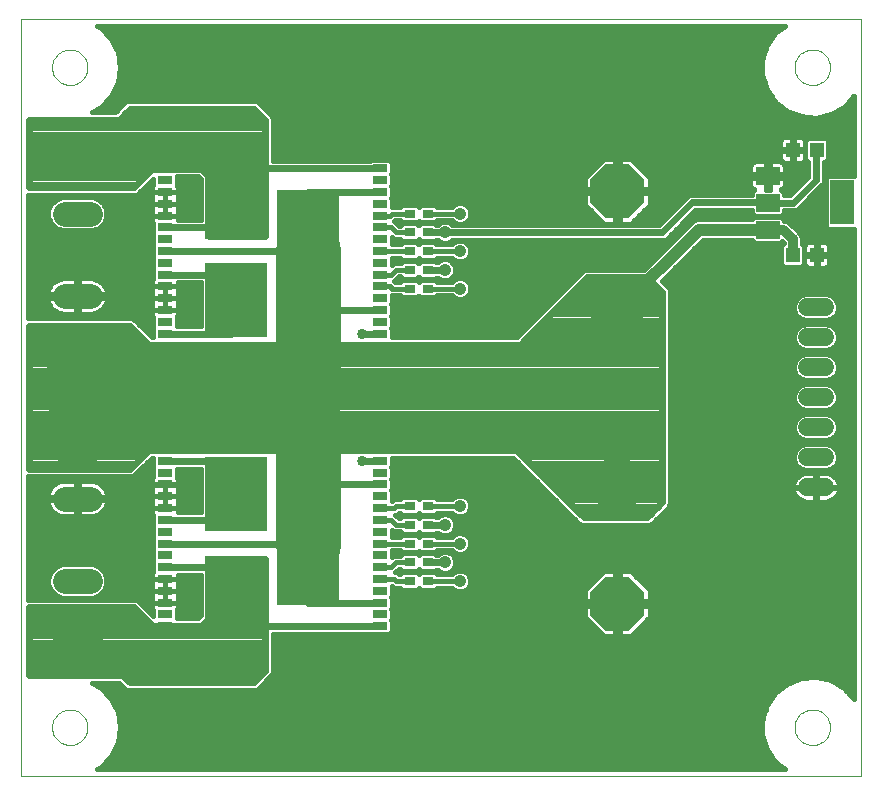
<source format=gtl>
G75*
G70*
%OFA0B0*%
%FSLAX24Y24*%
%IPPOS*%
%LPD*%
%AMOC8*
5,1,8,0,0,1.08239X$1,22.5*
%
%ADD10C,0.0000*%
%ADD11R,0.0512X0.0264*%
%ADD12R,0.2067X0.4055*%
%ADD13R,0.2067X0.2453*%
%ADD14R,0.0790X0.0590*%
%ADD15R,0.0790X0.1500*%
%ADD16R,0.0472X0.0512*%
%ADD17C,0.1810*%
%ADD18OC8,0.1810*%
%ADD19R,0.0354X0.0315*%
%ADD20C,0.0825*%
%ADD21C,0.0591*%
%ADD22C,0.0160*%
%ADD23C,0.0240*%
%ADD24C,0.0416*%
%ADD25C,0.0337*%
%ADD26C,0.0400*%
%ADD27C,0.0320*%
%ADD28C,0.1900*%
%ADD29C,0.2165*%
D10*
X000180Y000180D02*
X000180Y025425D01*
X028172Y025425D01*
X028172Y000180D01*
X000180Y000180D01*
X001214Y001805D02*
X001216Y001853D01*
X001222Y001901D01*
X001232Y001948D01*
X001245Y001994D01*
X001263Y002039D01*
X001283Y002083D01*
X001308Y002125D01*
X001336Y002164D01*
X001366Y002201D01*
X001400Y002235D01*
X001437Y002267D01*
X001475Y002296D01*
X001516Y002321D01*
X001559Y002343D01*
X001604Y002361D01*
X001650Y002375D01*
X001697Y002386D01*
X001745Y002393D01*
X001793Y002396D01*
X001841Y002395D01*
X001889Y002390D01*
X001937Y002381D01*
X001983Y002369D01*
X002028Y002352D01*
X002072Y002332D01*
X002114Y002309D01*
X002154Y002282D01*
X002192Y002252D01*
X002227Y002219D01*
X002259Y002183D01*
X002289Y002145D01*
X002315Y002104D01*
X002337Y002061D01*
X002357Y002017D01*
X002372Y001972D01*
X002384Y001925D01*
X002392Y001877D01*
X002396Y001829D01*
X002396Y001781D01*
X002392Y001733D01*
X002384Y001685D01*
X002372Y001638D01*
X002357Y001593D01*
X002337Y001549D01*
X002315Y001506D01*
X002289Y001465D01*
X002259Y001427D01*
X002227Y001391D01*
X002192Y001358D01*
X002154Y001328D01*
X002114Y001301D01*
X002072Y001278D01*
X002028Y001258D01*
X001983Y001241D01*
X001937Y001229D01*
X001889Y001220D01*
X001841Y001215D01*
X001793Y001214D01*
X001745Y001217D01*
X001697Y001224D01*
X001650Y001235D01*
X001604Y001249D01*
X001559Y001267D01*
X001516Y001289D01*
X001475Y001314D01*
X001437Y001343D01*
X001400Y001375D01*
X001366Y001409D01*
X001336Y001446D01*
X001308Y001485D01*
X001283Y001527D01*
X001263Y001571D01*
X001245Y001616D01*
X001232Y001662D01*
X001222Y001709D01*
X001216Y001757D01*
X001214Y001805D01*
X001214Y023805D02*
X001216Y023853D01*
X001222Y023901D01*
X001232Y023948D01*
X001245Y023994D01*
X001263Y024039D01*
X001283Y024083D01*
X001308Y024125D01*
X001336Y024164D01*
X001366Y024201D01*
X001400Y024235D01*
X001437Y024267D01*
X001475Y024296D01*
X001516Y024321D01*
X001559Y024343D01*
X001604Y024361D01*
X001650Y024375D01*
X001697Y024386D01*
X001745Y024393D01*
X001793Y024396D01*
X001841Y024395D01*
X001889Y024390D01*
X001937Y024381D01*
X001983Y024369D01*
X002028Y024352D01*
X002072Y024332D01*
X002114Y024309D01*
X002154Y024282D01*
X002192Y024252D01*
X002227Y024219D01*
X002259Y024183D01*
X002289Y024145D01*
X002315Y024104D01*
X002337Y024061D01*
X002357Y024017D01*
X002372Y023972D01*
X002384Y023925D01*
X002392Y023877D01*
X002396Y023829D01*
X002396Y023781D01*
X002392Y023733D01*
X002384Y023685D01*
X002372Y023638D01*
X002357Y023593D01*
X002337Y023549D01*
X002315Y023506D01*
X002289Y023465D01*
X002259Y023427D01*
X002227Y023391D01*
X002192Y023358D01*
X002154Y023328D01*
X002114Y023301D01*
X002072Y023278D01*
X002028Y023258D01*
X001983Y023241D01*
X001937Y023229D01*
X001889Y023220D01*
X001841Y023215D01*
X001793Y023214D01*
X001745Y023217D01*
X001697Y023224D01*
X001650Y023235D01*
X001604Y023249D01*
X001559Y023267D01*
X001516Y023289D01*
X001475Y023314D01*
X001437Y023343D01*
X001400Y023375D01*
X001366Y023409D01*
X001336Y023446D01*
X001308Y023485D01*
X001283Y023527D01*
X001263Y023571D01*
X001245Y023616D01*
X001232Y023662D01*
X001222Y023709D01*
X001216Y023757D01*
X001214Y023805D01*
X025964Y023805D02*
X025966Y023853D01*
X025972Y023901D01*
X025982Y023948D01*
X025995Y023994D01*
X026013Y024039D01*
X026033Y024083D01*
X026058Y024125D01*
X026086Y024164D01*
X026116Y024201D01*
X026150Y024235D01*
X026187Y024267D01*
X026225Y024296D01*
X026266Y024321D01*
X026309Y024343D01*
X026354Y024361D01*
X026400Y024375D01*
X026447Y024386D01*
X026495Y024393D01*
X026543Y024396D01*
X026591Y024395D01*
X026639Y024390D01*
X026687Y024381D01*
X026733Y024369D01*
X026778Y024352D01*
X026822Y024332D01*
X026864Y024309D01*
X026904Y024282D01*
X026942Y024252D01*
X026977Y024219D01*
X027009Y024183D01*
X027039Y024145D01*
X027065Y024104D01*
X027087Y024061D01*
X027107Y024017D01*
X027122Y023972D01*
X027134Y023925D01*
X027142Y023877D01*
X027146Y023829D01*
X027146Y023781D01*
X027142Y023733D01*
X027134Y023685D01*
X027122Y023638D01*
X027107Y023593D01*
X027087Y023549D01*
X027065Y023506D01*
X027039Y023465D01*
X027009Y023427D01*
X026977Y023391D01*
X026942Y023358D01*
X026904Y023328D01*
X026864Y023301D01*
X026822Y023278D01*
X026778Y023258D01*
X026733Y023241D01*
X026687Y023229D01*
X026639Y023220D01*
X026591Y023215D01*
X026543Y023214D01*
X026495Y023217D01*
X026447Y023224D01*
X026400Y023235D01*
X026354Y023249D01*
X026309Y023267D01*
X026266Y023289D01*
X026225Y023314D01*
X026187Y023343D01*
X026150Y023375D01*
X026116Y023409D01*
X026086Y023446D01*
X026058Y023485D01*
X026033Y023527D01*
X026013Y023571D01*
X025995Y023616D01*
X025982Y023662D01*
X025972Y023709D01*
X025966Y023757D01*
X025964Y023805D01*
X025964Y001805D02*
X025966Y001853D01*
X025972Y001901D01*
X025982Y001948D01*
X025995Y001994D01*
X026013Y002039D01*
X026033Y002083D01*
X026058Y002125D01*
X026086Y002164D01*
X026116Y002201D01*
X026150Y002235D01*
X026187Y002267D01*
X026225Y002296D01*
X026266Y002321D01*
X026309Y002343D01*
X026354Y002361D01*
X026400Y002375D01*
X026447Y002386D01*
X026495Y002393D01*
X026543Y002396D01*
X026591Y002395D01*
X026639Y002390D01*
X026687Y002381D01*
X026733Y002369D01*
X026778Y002352D01*
X026822Y002332D01*
X026864Y002309D01*
X026904Y002282D01*
X026942Y002252D01*
X026977Y002219D01*
X027009Y002183D01*
X027039Y002145D01*
X027065Y002104D01*
X027087Y002061D01*
X027107Y002017D01*
X027122Y001972D01*
X027134Y001925D01*
X027142Y001877D01*
X027146Y001829D01*
X027146Y001781D01*
X027142Y001733D01*
X027134Y001685D01*
X027122Y001638D01*
X027107Y001593D01*
X027087Y001549D01*
X027065Y001506D01*
X027039Y001465D01*
X027009Y001427D01*
X026977Y001391D01*
X026942Y001358D01*
X026904Y001328D01*
X026864Y001301D01*
X026822Y001278D01*
X026778Y001258D01*
X026733Y001241D01*
X026687Y001229D01*
X026639Y001220D01*
X026591Y001215D01*
X026543Y001214D01*
X026495Y001217D01*
X026447Y001224D01*
X026400Y001235D01*
X026354Y001249D01*
X026309Y001267D01*
X026266Y001289D01*
X026225Y001314D01*
X026187Y001343D01*
X026150Y001375D01*
X026116Y001409D01*
X026086Y001446D01*
X026058Y001485D01*
X026033Y001527D01*
X026013Y001571D01*
X025995Y001616D01*
X025982Y001662D01*
X025972Y001709D01*
X025966Y001757D01*
X025964Y001805D01*
D11*
X012138Y005174D03*
X012138Y005568D03*
X012138Y005961D03*
X012138Y006355D03*
X012138Y006749D03*
X012138Y007143D03*
X012138Y007536D03*
X012138Y007930D03*
X012138Y008324D03*
X012138Y008717D03*
X012138Y009111D03*
X012138Y009505D03*
X012138Y009899D03*
X012138Y010292D03*
X012138Y010686D03*
X012138Y014924D03*
X012138Y015318D03*
X012138Y015711D03*
X012138Y016105D03*
X012138Y016499D03*
X012138Y016893D03*
X012138Y017286D03*
X012138Y017680D03*
X012138Y018074D03*
X012138Y018467D03*
X012138Y018861D03*
X012138Y019255D03*
X012138Y019649D03*
X012138Y020042D03*
X012138Y020436D03*
X004972Y020436D03*
X004972Y020042D03*
X004972Y019649D03*
X004972Y019255D03*
X004972Y018861D03*
X004972Y018467D03*
X004972Y018074D03*
X004972Y017680D03*
X004972Y017286D03*
X004972Y016893D03*
X004972Y016499D03*
X004972Y016105D03*
X004972Y015711D03*
X004972Y015318D03*
X004972Y014924D03*
X004972Y010686D03*
X004972Y010292D03*
X004972Y009899D03*
X004972Y009505D03*
X004972Y009111D03*
X004972Y008717D03*
X004972Y008324D03*
X004972Y007930D03*
X004972Y007536D03*
X004972Y007143D03*
X004972Y006749D03*
X004972Y006355D03*
X004972Y005961D03*
X004972Y005568D03*
X004972Y005174D03*
D12*
X009756Y007930D03*
X009756Y017680D03*
D13*
X007354Y016040D03*
X007354Y019320D03*
X007354Y009570D03*
X007354Y006290D03*
D14*
X025065Y018395D03*
X025065Y019295D03*
X025065Y020195D03*
D15*
X027545Y019305D03*
D16*
X026705Y021055D03*
X025905Y021055D03*
X025905Y017555D03*
X026705Y017555D03*
D17*
X020055Y015680D03*
X020055Y009930D03*
D18*
X020055Y005930D03*
X020055Y019680D03*
D19*
X013730Y018930D03*
X013130Y018930D03*
X013130Y018305D03*
X013730Y018305D03*
X013730Y017680D03*
X013130Y017680D03*
X013130Y017055D03*
X013730Y017055D03*
X013730Y016430D03*
X013130Y016430D03*
X013130Y009180D03*
X013730Y009180D03*
X013730Y008555D03*
X013130Y008555D03*
X013130Y007930D03*
X013730Y007930D03*
X013730Y007305D03*
X013130Y007305D03*
X013130Y006680D03*
X013730Y006680D03*
D20*
X002468Y006680D02*
X001643Y006680D01*
X001643Y004680D02*
X002468Y004680D01*
X002468Y009430D02*
X001643Y009430D01*
X001643Y011430D02*
X002468Y011430D01*
X002468Y014180D02*
X001643Y014180D01*
X001643Y016180D02*
X002468Y016180D01*
X002468Y018930D02*
X001643Y018930D01*
X001643Y020930D02*
X002468Y020930D01*
D21*
X026385Y015805D02*
X026975Y015805D01*
X026975Y014805D02*
X026385Y014805D01*
X026385Y013805D02*
X026975Y013805D01*
X026975Y012805D02*
X026385Y012805D01*
X026385Y011805D02*
X026975Y011805D01*
X026975Y010805D02*
X026385Y010805D01*
X026385Y009805D02*
X026975Y009805D01*
D22*
X026698Y009823D02*
X027451Y009823D01*
X027451Y009842D01*
X027942Y009842D01*
X027942Y009684D02*
X027436Y009684D01*
X027439Y009694D02*
X027451Y009768D01*
X027451Y009787D01*
X026698Y009787D01*
X026698Y009330D01*
X027013Y009330D01*
X027087Y009341D01*
X027158Y009365D01*
X027224Y009399D01*
X027285Y009442D01*
X027338Y009495D01*
X027382Y009556D01*
X027416Y009623D01*
X027439Y009694D01*
X027451Y009842D02*
X027439Y009916D01*
X027416Y009987D01*
X027382Y010054D01*
X027338Y010115D01*
X027285Y010168D01*
X027224Y010211D01*
X027158Y010245D01*
X027087Y010269D01*
X027013Y010280D01*
X026698Y010280D01*
X026698Y009823D01*
X026662Y009823D01*
X026662Y009787D01*
X026698Y009787D01*
X026698Y009823D01*
X026698Y009842D02*
X026662Y009842D01*
X026662Y009823D02*
X026662Y010280D01*
X026347Y010280D01*
X026273Y010269D01*
X026202Y010245D01*
X026136Y010211D01*
X026075Y010168D01*
X026022Y010115D01*
X025978Y010054D01*
X025944Y009987D01*
X025921Y009916D01*
X025909Y009842D01*
X021815Y009842D01*
X021815Y009684D02*
X025924Y009684D01*
X025921Y009694D02*
X025944Y009623D01*
X025978Y009556D01*
X026022Y009495D01*
X026075Y009442D01*
X026136Y009399D01*
X026202Y009365D01*
X026273Y009341D01*
X026347Y009330D01*
X026662Y009330D01*
X026662Y009787D01*
X025909Y009787D01*
X025909Y009768D01*
X025921Y009694D01*
X025909Y009823D02*
X026662Y009823D01*
X026662Y009684D02*
X026698Y009684D01*
X026698Y009525D02*
X026662Y009525D01*
X026662Y009367D02*
X026698Y009367D01*
X027162Y009367D02*
X027942Y009367D01*
X027942Y009525D02*
X027359Y009525D01*
X027409Y010001D02*
X027942Y010001D01*
X027942Y010159D02*
X027293Y010159D01*
X027222Y010436D02*
X027062Y010370D01*
X026298Y010370D01*
X026138Y010436D01*
X026016Y010558D01*
X025949Y010718D01*
X025949Y010892D01*
X026016Y011052D01*
X026138Y011174D01*
X026298Y011240D01*
X027062Y011240D01*
X027222Y011174D01*
X027344Y011052D01*
X027411Y010892D01*
X027411Y010718D01*
X027344Y010558D01*
X027222Y010436D01*
X027262Y010476D02*
X027942Y010476D01*
X027942Y010318D02*
X021815Y010318D01*
X021815Y010476D02*
X026098Y010476D01*
X025984Y010635D02*
X021815Y010635D01*
X021815Y010793D02*
X025949Y010793D01*
X025974Y010952D02*
X021815Y010952D01*
X021815Y011110D02*
X026074Y011110D01*
X026160Y011427D02*
X021815Y011427D01*
X021815Y011269D02*
X027942Y011269D01*
X027942Y011427D02*
X027200Y011427D01*
X027222Y011436D02*
X027344Y011558D01*
X027411Y011718D01*
X027411Y011892D01*
X027344Y012052D01*
X027222Y012174D01*
X027062Y012240D01*
X026298Y012240D01*
X026138Y012174D01*
X026016Y012052D01*
X025949Y011892D01*
X025949Y011718D01*
X026016Y011558D01*
X026138Y011436D01*
X026298Y011370D01*
X027062Y011370D01*
X027222Y011436D01*
X027356Y011586D02*
X027942Y011586D01*
X027942Y011744D02*
X027411Y011744D01*
X027406Y011903D02*
X027942Y011903D01*
X027942Y012061D02*
X027335Y012061D01*
X027112Y012220D02*
X027942Y012220D01*
X027942Y012378D02*
X027082Y012378D01*
X027062Y012370D02*
X027222Y012436D01*
X027344Y012558D01*
X027411Y012718D01*
X027411Y012892D01*
X027344Y013052D01*
X027222Y013174D01*
X027062Y013240D01*
X026298Y013240D01*
X026138Y013174D01*
X026016Y013052D01*
X025949Y012892D01*
X025949Y012718D01*
X026016Y012558D01*
X026138Y012436D01*
X026298Y012370D01*
X027062Y012370D01*
X027322Y012537D02*
X027942Y012537D01*
X027942Y012695D02*
X027401Y012695D01*
X027411Y012854D02*
X027942Y012854D01*
X027942Y013012D02*
X027361Y013012D01*
X027225Y013171D02*
X027942Y013171D01*
X027942Y013329D02*
X021815Y013329D01*
X021815Y013171D02*
X026135Y013171D01*
X025999Y013012D02*
X021815Y013012D01*
X021815Y012854D02*
X025949Y012854D01*
X025959Y012695D02*
X021815Y012695D01*
X021815Y012537D02*
X026038Y012537D01*
X026278Y012378D02*
X021815Y012378D01*
X021815Y012220D02*
X026248Y012220D01*
X026025Y012061D02*
X021815Y012061D01*
X021815Y011903D02*
X025954Y011903D01*
X025949Y011744D02*
X021815Y011744D01*
X021815Y011586D02*
X026004Y011586D01*
X027286Y011110D02*
X027942Y011110D01*
X027942Y010952D02*
X027386Y010952D01*
X027411Y010793D02*
X027942Y010793D01*
X027942Y010635D02*
X027376Y010635D01*
X026698Y010159D02*
X026662Y010159D01*
X026662Y010001D02*
X026698Y010001D01*
X026067Y010159D02*
X021815Y010159D01*
X021815Y010001D02*
X025951Y010001D01*
X025909Y009842D02*
X025909Y009823D01*
X026001Y009525D02*
X021815Y009525D01*
X021815Y009367D02*
X026198Y009367D01*
X027942Y009208D02*
X021796Y009208D01*
X021815Y009253D02*
X021815Y016357D01*
X021775Y016452D01*
X021702Y016525D01*
X021542Y016686D01*
X022911Y018055D01*
X024530Y018055D01*
X024530Y018042D01*
X024612Y017960D01*
X025518Y017960D01*
X025559Y018001D01*
X025605Y017956D01*
X025605Y017945D01*
X025529Y017869D01*
X025529Y017241D01*
X025611Y017159D01*
X026199Y017159D01*
X026281Y017241D01*
X026281Y017869D01*
X026205Y017945D01*
X026205Y018140D01*
X026159Y018250D01*
X026075Y018334D01*
X025760Y018649D01*
X025650Y018695D01*
X025600Y018695D01*
X025600Y018748D01*
X025518Y018830D01*
X024612Y018830D01*
X024530Y018748D01*
X024530Y018735D01*
X022702Y018735D01*
X022577Y018683D01*
X020959Y017065D01*
X019003Y017065D01*
X018908Y017025D01*
X018835Y016952D01*
X016697Y014815D01*
X012534Y014815D01*
X012534Y015114D01*
X012527Y015121D01*
X012534Y015128D01*
X012534Y015508D01*
X012527Y015515D01*
X012534Y015522D01*
X012534Y015901D01*
X012527Y015908D01*
X012534Y015915D01*
X012534Y016210D01*
X012817Y016210D01*
X012895Y016133D01*
X013365Y016133D01*
X013430Y016197D01*
X013495Y016133D01*
X013965Y016133D01*
X014043Y016210D01*
X014533Y016210D01*
X014608Y016135D01*
X014736Y016082D01*
X014874Y016082D01*
X015002Y016135D01*
X015100Y016233D01*
X015153Y016361D01*
X015153Y016499D01*
X018381Y016499D01*
X018223Y016341D02*
X015144Y016341D01*
X015153Y016499D02*
X015100Y016627D01*
X015002Y016725D01*
X014874Y016778D01*
X014736Y016778D01*
X014608Y016725D01*
X014533Y016650D01*
X014043Y016650D01*
X013965Y016727D01*
X013495Y016727D01*
X013430Y016663D01*
X013365Y016727D01*
X012895Y016727D01*
X012817Y016650D01*
X012646Y016650D01*
X012616Y016680D01*
X012771Y016835D01*
X012817Y016835D01*
X012895Y016758D01*
X013365Y016758D01*
X013430Y016822D01*
X013495Y016758D01*
X013965Y016758D01*
X014003Y016795D01*
X014073Y016795D01*
X014108Y016760D01*
X014236Y016707D01*
X014374Y016707D01*
X014502Y016760D01*
X014600Y016858D01*
X014653Y016986D01*
X014653Y017124D01*
X014600Y017252D01*
X014502Y017350D01*
X014374Y017403D01*
X014236Y017403D01*
X014108Y017350D01*
X014073Y017315D01*
X014003Y017315D01*
X013965Y017352D01*
X013495Y017352D01*
X013430Y017288D01*
X013365Y017352D01*
X012895Y017352D01*
X012817Y017275D01*
X012589Y017275D01*
X012534Y017220D01*
X012534Y017460D01*
X012817Y017460D01*
X012895Y017383D01*
X013365Y017383D01*
X013430Y017447D01*
X013495Y017383D01*
X013965Y017383D01*
X014043Y017460D01*
X014533Y017460D01*
X014608Y017385D01*
X014736Y017332D01*
X014874Y017332D01*
X015002Y017385D01*
X015100Y017483D01*
X015153Y017611D01*
X015153Y017749D01*
X015100Y017877D01*
X015002Y017975D01*
X014874Y018028D01*
X014736Y018028D01*
X014608Y017975D01*
X014533Y017900D01*
X014043Y017900D01*
X013965Y017977D01*
X013495Y017977D01*
X013430Y017913D01*
X013365Y017977D01*
X012895Y017977D01*
X012817Y017900D01*
X012534Y017900D01*
X012534Y018140D01*
X012589Y018085D01*
X012817Y018085D01*
X012895Y018008D01*
X013365Y018008D01*
X013430Y018072D01*
X013495Y018008D01*
X013965Y018008D01*
X014003Y018045D01*
X014073Y018045D01*
X014108Y018010D01*
X014236Y017957D01*
X014374Y017957D01*
X014502Y018010D01*
X014537Y018045D01*
X021607Y018045D01*
X021702Y018085D01*
X021775Y018158D01*
X022663Y019045D01*
X024530Y019045D01*
X024530Y018942D01*
X024612Y018860D01*
X025518Y018860D01*
X025600Y018942D01*
X025600Y019035D01*
X025972Y019035D01*
X027010Y019035D01*
X027010Y018877D02*
X025535Y018877D01*
X025600Y018718D02*
X027010Y018718D01*
X027010Y018560D02*
X025850Y018560D01*
X026008Y018401D02*
X027942Y018401D01*
X027942Y018415D02*
X027942Y002752D01*
X027602Y003118D01*
X027169Y003369D01*
X027169Y003369D01*
X026681Y003480D01*
X026681Y003480D01*
X026181Y003443D01*
X025715Y003260D01*
X025323Y002948D01*
X025041Y002534D01*
X024894Y002055D01*
X024894Y001555D01*
X025041Y001076D01*
X025323Y000662D01*
X025323Y000662D01*
X025640Y000410D01*
X002711Y000410D01*
X002852Y000492D01*
X002852Y000492D01*
X003193Y000859D01*
X003410Y001310D01*
X003485Y001805D01*
X003410Y002300D01*
X003410Y002300D01*
X003193Y002751D01*
X003193Y002751D01*
X002852Y003118D01*
X002547Y003295D01*
X003447Y003295D01*
X003658Y003085D01*
X003753Y003045D01*
X007982Y003045D01*
X008077Y003085D01*
X008150Y003158D01*
X008525Y003533D01*
X008565Y003628D01*
X008565Y004914D01*
X011812Y004914D01*
X011824Y004902D01*
X012452Y004902D01*
X012534Y004984D01*
X012534Y005364D01*
X012527Y005371D01*
X012534Y005378D01*
X012534Y005758D01*
X012527Y005765D01*
X012534Y005772D01*
X012534Y006151D01*
X012527Y006158D01*
X012534Y006165D01*
X012534Y006515D01*
X012589Y006460D01*
X012817Y006460D01*
X012895Y006383D01*
X013365Y006383D01*
X013430Y006447D01*
X013495Y006383D01*
X013965Y006383D01*
X014043Y006460D01*
X014533Y006460D01*
X014608Y006385D01*
X014736Y006332D01*
X014874Y006332D01*
X015002Y006385D01*
X015100Y006483D01*
X015153Y006611D01*
X015153Y006749D01*
X015100Y006877D01*
X015002Y006975D01*
X014874Y007028D01*
X014736Y007028D01*
X014608Y006975D01*
X014533Y006900D01*
X014043Y006900D01*
X013965Y006977D01*
X013495Y006977D01*
X013430Y006913D01*
X013365Y006977D01*
X012895Y006977D01*
X012817Y006900D01*
X012771Y006900D01*
X012702Y006969D01*
X012655Y006969D01*
X012771Y007085D01*
X012817Y007085D01*
X012895Y007008D01*
X013365Y007008D01*
X013430Y007072D01*
X013495Y007008D01*
X013965Y007008D01*
X014003Y007045D01*
X014073Y007045D01*
X014108Y007010D01*
X014236Y006957D01*
X014374Y006957D01*
X014502Y007010D01*
X014600Y007108D01*
X014653Y007236D01*
X014653Y007374D01*
X014600Y007502D01*
X014502Y007600D01*
X014374Y007653D01*
X014236Y007653D01*
X014108Y007600D01*
X014073Y007565D01*
X014003Y007565D01*
X013965Y007602D01*
X013495Y007602D01*
X013430Y007538D01*
X013365Y007602D01*
X012895Y007602D01*
X012817Y007525D01*
X012589Y007525D01*
X012534Y007470D01*
X012534Y007710D01*
X012817Y007710D01*
X012895Y007633D01*
X013365Y007633D01*
X013430Y007697D01*
X013495Y007633D01*
X013965Y007633D01*
X014043Y007710D01*
X014533Y007710D01*
X014608Y007635D01*
X014736Y007582D01*
X014874Y007582D01*
X015002Y007635D01*
X015100Y007733D01*
X015153Y007861D01*
X015153Y007999D01*
X015100Y008127D01*
X015002Y008225D01*
X014874Y008278D01*
X014736Y008278D01*
X014608Y008225D01*
X014533Y008150D01*
X014043Y008150D01*
X013965Y008227D01*
X013495Y008227D01*
X013430Y008163D01*
X013365Y008227D01*
X012895Y008227D01*
X012817Y008150D01*
X012534Y008150D01*
X012534Y008390D01*
X012589Y008335D01*
X012817Y008335D01*
X012895Y008258D01*
X013365Y008258D01*
X013430Y008322D01*
X013495Y008258D01*
X013965Y008258D01*
X014003Y008295D01*
X014073Y008295D01*
X014108Y008260D01*
X014236Y008207D01*
X014374Y008207D01*
X014502Y008260D01*
X014600Y008358D01*
X014653Y008486D01*
X014653Y008624D01*
X014600Y008752D01*
X014502Y008850D01*
X014374Y008903D01*
X014236Y008903D01*
X014108Y008850D01*
X014073Y008815D01*
X014003Y008815D01*
X013965Y008852D01*
X013495Y008852D01*
X013430Y008788D01*
X013365Y008852D01*
X012895Y008852D01*
X012817Y008775D01*
X012771Y008775D01*
X012655Y008891D01*
X012702Y008891D01*
X012771Y008960D01*
X012817Y008960D01*
X012895Y008883D01*
X013365Y008883D01*
X013430Y008947D01*
X013495Y008883D01*
X013965Y008883D01*
X014043Y008960D01*
X014533Y008960D01*
X014608Y008885D01*
X014736Y008832D01*
X014874Y008832D01*
X015002Y008885D01*
X015100Y008983D01*
X015153Y009111D01*
X015153Y009249D01*
X015100Y009377D01*
X015002Y009475D01*
X014874Y009528D01*
X014736Y009528D01*
X014608Y009475D01*
X014533Y009400D01*
X014043Y009400D01*
X013965Y009477D01*
X013495Y009477D01*
X013430Y009413D01*
X013365Y009477D01*
X012895Y009477D01*
X012817Y009400D01*
X012589Y009400D01*
X012534Y009345D01*
X012534Y009695D01*
X012527Y009702D01*
X012534Y009709D01*
X012534Y010088D01*
X012527Y010095D01*
X012534Y010102D01*
X012534Y010482D01*
X012527Y010489D01*
X012534Y010496D01*
X012534Y010795D01*
X016572Y010795D01*
X018783Y008585D01*
X018878Y008545D01*
X021107Y008545D01*
X021202Y008585D01*
X021275Y008658D01*
X021775Y009158D01*
X021815Y009253D01*
X021667Y009050D02*
X027942Y009050D01*
X027942Y008891D02*
X021509Y008891D01*
X021350Y008733D02*
X027942Y008733D01*
X027942Y008574D02*
X021177Y008574D01*
X020504Y007015D02*
X020135Y007015D01*
X020135Y006010D01*
X019975Y006010D01*
X019975Y007015D01*
X019606Y007015D01*
X018970Y006379D01*
X018970Y006010D01*
X019975Y006010D01*
X019975Y005850D01*
X018970Y005850D01*
X018970Y005481D01*
X019606Y004845D01*
X019975Y004845D01*
X019975Y005850D01*
X020135Y005850D01*
X020135Y006010D01*
X021140Y006010D01*
X021140Y006379D01*
X020504Y007015D01*
X020530Y006989D02*
X027942Y006989D01*
X027942Y006831D02*
X020689Y006831D01*
X020847Y006672D02*
X027942Y006672D01*
X027942Y006514D02*
X021006Y006514D01*
X021140Y006355D02*
X027942Y006355D01*
X027942Y006197D02*
X021140Y006197D01*
X021140Y006038D02*
X027942Y006038D01*
X027942Y005880D02*
X020135Y005880D01*
X020135Y005850D02*
X021140Y005850D01*
X021140Y005481D01*
X020504Y004845D01*
X020135Y004845D01*
X020135Y005850D01*
X020135Y005721D02*
X019975Y005721D01*
X019975Y005563D02*
X020135Y005563D01*
X020135Y005404D02*
X019975Y005404D01*
X019975Y005246D02*
X020135Y005246D01*
X020135Y005087D02*
X019975Y005087D01*
X019975Y004929D02*
X020135Y004929D01*
X020588Y004929D02*
X027942Y004929D01*
X027942Y005087D02*
X020746Y005087D01*
X020905Y005246D02*
X027942Y005246D01*
X027942Y005404D02*
X021063Y005404D01*
X021140Y005563D02*
X027942Y005563D01*
X027942Y005721D02*
X021140Y005721D01*
X020135Y006038D02*
X019975Y006038D01*
X019975Y005880D02*
X012534Y005880D01*
X012534Y006038D02*
X018970Y006038D01*
X018970Y006197D02*
X012534Y006197D01*
X012534Y006355D02*
X014681Y006355D01*
X014929Y006355D02*
X018970Y006355D01*
X019104Y006514D02*
X015112Y006514D01*
X015153Y006672D02*
X019263Y006672D01*
X019421Y006831D02*
X015119Y006831D01*
X014968Y006989D02*
X019580Y006989D01*
X019975Y006989D02*
X020135Y006989D01*
X020135Y006831D02*
X019975Y006831D01*
X019975Y006672D02*
X020135Y006672D01*
X020135Y006514D02*
X019975Y006514D01*
X019975Y006355D02*
X020135Y006355D01*
X020135Y006197D02*
X019975Y006197D01*
X018970Y005721D02*
X012534Y005721D01*
X012534Y005563D02*
X018970Y005563D01*
X019047Y005404D02*
X012534Y005404D01*
X012534Y005246D02*
X019205Y005246D01*
X019364Y005087D02*
X012534Y005087D01*
X012478Y004929D02*
X019522Y004929D01*
X018808Y008574D02*
X014653Y008574D01*
X014624Y008416D02*
X027942Y008416D01*
X027942Y008257D02*
X014924Y008257D01*
X014686Y008257D02*
X014494Y008257D01*
X014608Y008733D02*
X018635Y008733D01*
X018476Y008891D02*
X015008Y008891D01*
X015127Y009050D02*
X018318Y009050D01*
X018159Y009208D02*
X015153Y009208D01*
X015104Y009367D02*
X018001Y009367D01*
X017842Y009525D02*
X014881Y009525D01*
X014729Y009525D02*
X012534Y009525D01*
X012534Y009367D02*
X012555Y009367D01*
X012680Y009180D02*
X012611Y009111D01*
X012138Y009111D01*
X012655Y008891D02*
X012886Y008891D01*
X012680Y009180D02*
X013130Y009180D01*
X013374Y008891D02*
X013486Y008891D01*
X013730Y009180D02*
X014805Y009180D01*
X014602Y008891D02*
X014403Y008891D01*
X014207Y008891D02*
X013974Y008891D01*
X014116Y008257D02*
X012534Y008257D01*
X012680Y008555D02*
X012518Y008717D01*
X012138Y008717D01*
X012680Y008555D02*
X013130Y008555D01*
X013130Y007930D02*
X012138Y007930D01*
X012534Y007623D02*
X014164Y007623D01*
X014446Y007623D02*
X014637Y007623D01*
X014615Y007465D02*
X027942Y007465D01*
X027942Y007623D02*
X014973Y007623D01*
X015120Y007782D02*
X027942Y007782D01*
X027942Y007940D02*
X015153Y007940D01*
X015112Y008099D02*
X027942Y008099D01*
X027942Y007306D02*
X014653Y007306D01*
X014616Y007148D02*
X027942Y007148D01*
X027942Y004770D02*
X008565Y004770D01*
X008565Y004612D02*
X027942Y004612D01*
X027942Y004453D02*
X008565Y004453D01*
X008565Y004295D02*
X027942Y004295D01*
X027942Y004136D02*
X008565Y004136D01*
X008565Y003978D02*
X027942Y003978D01*
X027942Y003819D02*
X008565Y003819D01*
X008565Y003661D02*
X027942Y003661D01*
X027942Y003502D02*
X008495Y003502D01*
X008336Y003344D02*
X025928Y003344D01*
X025715Y003260D02*
X025715Y003260D01*
X025621Y003185D02*
X008178Y003185D01*
X006072Y005440D02*
X005368Y005440D01*
X005368Y005715D01*
X005372Y005719D01*
X005396Y005760D01*
X005408Y005806D01*
X005408Y005961D01*
X004972Y005961D01*
X004536Y005961D01*
X004536Y005806D01*
X004549Y005760D01*
X004572Y005719D01*
X004576Y005715D01*
X004576Y005526D01*
X004077Y006025D01*
X003982Y006065D01*
X000410Y006065D01*
X000410Y010170D01*
X003857Y010170D01*
X003952Y010210D01*
X004025Y010283D01*
X004538Y010795D01*
X004576Y010795D01*
X004576Y010496D01*
X004583Y010489D01*
X004576Y010482D01*
X004576Y010145D01*
X004572Y010141D01*
X004549Y010100D01*
X004536Y010054D01*
X004536Y009899D01*
X004972Y009899D01*
X004972Y009898D01*
X004972Y009898D01*
X004972Y009505D01*
X004972Y009505D01*
X004536Y009505D01*
X004536Y009660D01*
X004547Y009702D01*
X004536Y009743D01*
X004536Y009898D01*
X004972Y009898D01*
X004972Y009587D01*
X004972Y009505D01*
X004972Y009505D01*
X004536Y009505D01*
X004536Y009349D01*
X004547Y009308D01*
X004536Y009267D01*
X004536Y009111D01*
X004536Y008956D01*
X004549Y008910D01*
X004572Y008869D01*
X004576Y008865D01*
X004576Y008528D01*
X004583Y008521D01*
X004576Y008514D01*
X004576Y008134D01*
X004583Y008127D01*
X004576Y008120D01*
X004576Y007740D01*
X004583Y007733D01*
X004576Y007726D01*
X004576Y007346D01*
X004583Y007339D01*
X004576Y007332D01*
X004576Y006995D01*
X004572Y006991D01*
X004549Y006950D01*
X004536Y006904D01*
X004536Y006749D01*
X004972Y006749D01*
X004972Y006749D01*
X004536Y006749D01*
X004536Y006593D01*
X004547Y006552D01*
X004536Y006511D01*
X004536Y006355D01*
X002924Y006355D01*
X002936Y006367D02*
X003020Y006570D01*
X003020Y006790D01*
X002936Y006993D01*
X002780Y007148D01*
X002577Y007232D01*
X001533Y007232D01*
X001330Y007148D01*
X001174Y006993D01*
X001090Y006790D01*
X001090Y006570D01*
X001174Y006367D01*
X001330Y006212D01*
X001533Y006128D01*
X002577Y006128D01*
X002780Y006212D01*
X002936Y006367D01*
X002997Y006514D02*
X004537Y006514D01*
X004536Y006672D02*
X003020Y006672D01*
X003003Y006831D02*
X004536Y006831D01*
X004571Y006989D02*
X002938Y006989D01*
X002781Y007148D02*
X004576Y007148D01*
X004576Y007306D02*
X000410Y007306D01*
X000410Y007148D02*
X001329Y007148D01*
X001172Y006989D02*
X000410Y006989D01*
X000410Y006831D02*
X001107Y006831D01*
X001090Y006672D02*
X000410Y006672D01*
X000410Y006514D02*
X001113Y006514D01*
X001186Y006355D02*
X000410Y006355D01*
X000410Y006197D02*
X001366Y006197D01*
X002744Y006197D02*
X004537Y006197D01*
X004536Y006200D02*
X004547Y006158D01*
X004536Y006117D01*
X004536Y005962D01*
X004972Y005962D01*
X004972Y006355D01*
X004972Y006355D01*
X004536Y006355D01*
X004536Y006200D01*
X004536Y006355D02*
X004972Y006355D01*
X004972Y006355D01*
X004972Y006355D01*
X004972Y006043D01*
X004972Y005962D01*
X004972Y005962D01*
X004972Y005961D01*
X004972Y005962D01*
X005408Y005962D01*
X005408Y006117D01*
X005397Y006158D01*
X005408Y006200D01*
X005408Y006355D01*
X006170Y006355D01*
X006170Y006197D02*
X005407Y006197D01*
X005408Y006355D02*
X004972Y006355D01*
X004972Y006749D01*
X004972Y006749D01*
X004972Y006437D01*
X004972Y006355D01*
X004972Y006355D01*
X004972Y006355D01*
X005408Y006355D01*
X005408Y006511D01*
X005397Y006552D01*
X005408Y006593D01*
X005408Y006749D01*
X005408Y006883D01*
X006170Y006883D01*
X006170Y005538D01*
X006072Y005440D01*
X006170Y005563D02*
X005368Y005563D01*
X005373Y005721D02*
X006170Y005721D01*
X006170Y005880D02*
X005408Y005880D01*
X005408Y006038D02*
X006170Y006038D01*
X006170Y006514D02*
X005407Y006514D01*
X005408Y006672D02*
X006170Y006672D01*
X006170Y006831D02*
X005408Y006831D01*
X005408Y006749D02*
X004972Y006749D01*
X004972Y006749D01*
X005408Y006749D01*
X004972Y006672D02*
X004972Y006672D01*
X004972Y006514D02*
X004972Y006514D01*
X004972Y006197D02*
X004972Y006197D01*
X004972Y006038D02*
X004972Y006038D01*
X004536Y006038D02*
X004047Y006038D01*
X004223Y005880D02*
X004536Y005880D01*
X004571Y005721D02*
X004382Y005721D01*
X004540Y005563D02*
X004576Y005563D01*
X004576Y007465D02*
X000410Y007465D01*
X000410Y007623D02*
X004576Y007623D01*
X004576Y007782D02*
X000410Y007782D01*
X000410Y007940D02*
X004576Y007940D01*
X004576Y008099D02*
X000410Y008099D01*
X000410Y008257D02*
X004576Y008257D01*
X004576Y008416D02*
X000410Y008416D01*
X000410Y008574D02*
X004576Y008574D01*
X004576Y008733D02*
X000410Y008733D01*
X000410Y008891D02*
X001395Y008891D01*
X001415Y008881D02*
X001504Y008852D01*
X001596Y008838D01*
X001997Y008838D01*
X001997Y009372D01*
X002113Y009372D01*
X002113Y009488D01*
X001997Y009488D01*
X001997Y010022D01*
X001596Y010022D01*
X001504Y010008D01*
X001415Y009979D01*
X001332Y009937D01*
X001257Y009882D01*
X001191Y009816D01*
X001136Y009741D01*
X001093Y009657D01*
X001065Y009569D01*
X001052Y009488D01*
X001997Y009488D01*
X001997Y009372D01*
X001052Y009372D01*
X001065Y009291D01*
X001093Y009203D01*
X001136Y009119D01*
X001191Y009044D01*
X001257Y008978D01*
X001332Y008923D01*
X001415Y008881D01*
X001187Y009050D02*
X000410Y009050D01*
X000410Y009208D02*
X001092Y009208D01*
X001053Y009367D02*
X000410Y009367D01*
X000410Y009525D02*
X001058Y009525D01*
X001107Y009684D02*
X000410Y009684D01*
X000410Y009842D02*
X001217Y009842D01*
X001481Y010001D02*
X000410Y010001D01*
X000410Y010159D02*
X004576Y010159D01*
X004576Y010318D02*
X004060Y010318D01*
X004219Y010476D02*
X004576Y010476D01*
X004576Y010635D02*
X004377Y010635D01*
X004536Y010793D02*
X004576Y010793D01*
X004536Y010001D02*
X002629Y010001D01*
X002606Y010008D02*
X002514Y010022D01*
X002113Y010022D01*
X002113Y009488D01*
X003058Y009488D01*
X003045Y009569D01*
X003017Y009657D01*
X002974Y009741D01*
X002919Y009816D01*
X002853Y009882D01*
X002778Y009937D01*
X002695Y009979D01*
X002606Y010008D01*
X002893Y009842D02*
X004536Y009842D01*
X004543Y009684D02*
X003003Y009684D01*
X003052Y009525D02*
X004536Y009525D01*
X004536Y009367D02*
X003057Y009367D01*
X003058Y009372D02*
X002113Y009372D01*
X002113Y008838D01*
X002514Y008838D01*
X002606Y008852D01*
X002695Y008881D01*
X002778Y008923D01*
X002853Y008978D01*
X002919Y009044D01*
X002974Y009119D01*
X003017Y009203D01*
X003045Y009291D01*
X003058Y009372D01*
X003018Y009208D02*
X004536Y009208D01*
X004536Y009111D02*
X004972Y009111D01*
X004536Y009111D01*
X004536Y009050D02*
X002923Y009050D01*
X002715Y008891D02*
X004559Y008891D01*
X004972Y009111D02*
X004972Y009111D01*
X004972Y009505D01*
X004972Y009505D01*
X005408Y009505D01*
X005408Y009660D01*
X005397Y009702D01*
X005408Y009743D01*
X005408Y009898D01*
X004972Y009898D01*
X004972Y009899D01*
X005408Y009899D01*
X005408Y010054D01*
X005396Y010100D01*
X005372Y010141D01*
X005368Y010145D01*
X005368Y010426D01*
X006181Y010426D01*
X006181Y008977D01*
X005408Y008977D01*
X005408Y009111D01*
X004972Y009111D01*
X004972Y009111D01*
X004972Y009193D01*
X004972Y009505D01*
X004972Y009505D01*
X005408Y009505D01*
X005408Y009349D01*
X005397Y009308D01*
X005408Y009267D01*
X005408Y009111D01*
X004972Y009111D01*
X004972Y009111D01*
X004972Y009208D02*
X004972Y009208D01*
X004972Y009367D02*
X004972Y009367D01*
X004972Y009525D02*
X004972Y009525D01*
X004972Y009684D02*
X004972Y009684D01*
X004972Y009842D02*
X004972Y009842D01*
X005408Y009842D02*
X006181Y009842D01*
X006181Y009684D02*
X005402Y009684D01*
X005408Y009525D02*
X006181Y009525D01*
X006181Y009367D02*
X005408Y009367D01*
X005408Y009208D02*
X006181Y009208D01*
X006181Y009050D02*
X005408Y009050D01*
X005408Y010001D02*
X006181Y010001D01*
X006181Y010159D02*
X005368Y010159D01*
X005368Y010318D02*
X006181Y010318D01*
X002113Y010001D02*
X001997Y010001D01*
X001997Y009842D02*
X002113Y009842D01*
X002113Y009684D02*
X001997Y009684D01*
X001997Y009525D02*
X002113Y009525D01*
X002113Y009367D02*
X001997Y009367D01*
X001997Y009208D02*
X002113Y009208D01*
X002113Y009050D02*
X001997Y009050D01*
X001997Y008891D02*
X002113Y008891D01*
X002737Y003185D02*
X003557Y003185D01*
X003085Y002868D02*
X025269Y002868D01*
X025323Y002948D02*
X025323Y002948D01*
X025422Y003027D02*
X002938Y003027D01*
X002852Y003118D02*
X002852Y003118D01*
X003213Y002710D02*
X025161Y002710D01*
X025053Y002551D02*
X003290Y002551D01*
X003366Y002393D02*
X024998Y002393D01*
X025041Y002534D02*
X025041Y002534D01*
X024949Y002234D02*
X003420Y002234D01*
X003444Y002076D02*
X024900Y002076D01*
X024894Y001917D02*
X003468Y001917D01*
X003478Y001759D02*
X024894Y001759D01*
X024894Y001600D02*
X003454Y001600D01*
X003430Y001442D02*
X024929Y001442D01*
X024978Y001283D02*
X003397Y001283D01*
X003410Y001310D02*
X003410Y001310D01*
X003321Y001125D02*
X025026Y001125D01*
X025041Y001076D02*
X025041Y001076D01*
X025116Y000966D02*
X003245Y000966D01*
X003193Y000859D02*
X003193Y000859D01*
X003146Y000808D02*
X025224Y000808D01*
X025340Y000649D02*
X002999Y000649D01*
X002851Y000491D02*
X025539Y000491D01*
X027835Y002868D02*
X027942Y002868D01*
X027942Y003027D02*
X027688Y003027D01*
X027602Y003118D02*
X027602Y003118D01*
X027487Y003185D02*
X027942Y003185D01*
X027942Y003344D02*
X027213Y003344D01*
X026181Y003443D02*
X026181Y003443D01*
X017684Y009684D02*
X012534Y009684D01*
X012534Y009842D02*
X017525Y009842D01*
X017367Y010001D02*
X012534Y010001D01*
X012534Y010159D02*
X017208Y010159D01*
X017050Y010318D02*
X012534Y010318D01*
X012534Y010476D02*
X016891Y010476D01*
X016733Y010635D02*
X012534Y010635D01*
X012534Y010793D02*
X016574Y010793D01*
X014805Y007930D02*
X013730Y007930D01*
X013130Y007305D02*
X012680Y007305D01*
X012518Y007143D01*
X012138Y007143D01*
X012138Y006749D02*
X012611Y006749D01*
X012680Y006680D01*
X013130Y006680D01*
X012675Y006989D02*
X014159Y006989D01*
X014451Y006989D02*
X014642Y006989D01*
X014805Y006680D02*
X013730Y006680D01*
X012535Y006514D02*
X012534Y006514D01*
X012534Y014914D02*
X016796Y014914D01*
X016955Y015073D02*
X012534Y015073D01*
X012534Y015231D02*
X017113Y015231D01*
X017272Y015390D02*
X012534Y015390D01*
X012534Y015548D02*
X017430Y015548D01*
X017589Y015707D02*
X012534Y015707D01*
X012534Y015865D02*
X017747Y015865D01*
X017906Y016024D02*
X012534Y016024D01*
X012534Y016182D02*
X012845Y016182D01*
X013130Y016430D02*
X012555Y016430D01*
X012486Y016499D01*
X012138Y016499D01*
X012138Y016893D02*
X012518Y016893D01*
X012680Y017055D01*
X013130Y017055D01*
X013424Y016816D02*
X013436Y016816D01*
X013426Y017292D02*
X013434Y017292D01*
X013730Y017680D02*
X014805Y017680D01*
X015051Y017926D02*
X021820Y017926D01*
X021701Y018084D02*
X021978Y018084D01*
X021860Y018243D02*
X022137Y018243D01*
X022019Y018401D02*
X022295Y018401D01*
X022177Y018560D02*
X022454Y018560D01*
X022336Y018718D02*
X022661Y018718D01*
X022494Y018877D02*
X024595Y018877D01*
X024530Y019035D02*
X022653Y019035D01*
X022234Y019352D02*
X021140Y019352D01*
X021140Y019231D02*
X021140Y019600D01*
X020135Y019600D01*
X020135Y019760D01*
X019975Y019760D01*
X019975Y020765D01*
X019606Y020765D01*
X018970Y020129D01*
X018970Y019760D01*
X019975Y019760D01*
X019975Y019600D01*
X018970Y019600D01*
X018970Y019231D01*
X019606Y018595D01*
X019975Y018595D01*
X019975Y019600D01*
X020135Y019600D01*
X020135Y018595D01*
X020504Y018595D01*
X021140Y019231D01*
X021103Y019194D02*
X022076Y019194D01*
X021917Y019035D02*
X020944Y019035D01*
X020786Y018877D02*
X021759Y018877D01*
X021600Y018718D02*
X020627Y018718D01*
X020135Y018718D02*
X019975Y018718D01*
X019975Y018877D02*
X020135Y018877D01*
X020135Y019035D02*
X019975Y019035D01*
X019975Y019194D02*
X020135Y019194D01*
X020135Y019352D02*
X019975Y019352D01*
X019975Y019511D02*
X020135Y019511D01*
X020135Y019669D02*
X024551Y019669D01*
X024530Y019648D02*
X024530Y019565D01*
X022503Y019565D01*
X022408Y019525D01*
X021447Y018565D01*
X014537Y018565D01*
X014502Y018600D01*
X014374Y018653D01*
X014236Y018653D01*
X014108Y018600D01*
X014073Y018565D01*
X014003Y018565D01*
X013965Y018602D01*
X013495Y018602D01*
X013430Y018538D01*
X013365Y018602D01*
X012895Y018602D01*
X012817Y018525D01*
X012771Y018525D01*
X012616Y018680D01*
X012646Y018710D01*
X012817Y018710D01*
X012895Y018633D01*
X013365Y018633D01*
X013430Y018697D01*
X013495Y018633D01*
X013965Y018633D01*
X014043Y018710D01*
X014533Y018710D01*
X014608Y018635D01*
X014736Y018582D01*
X014874Y018582D01*
X015002Y018635D01*
X015100Y018733D01*
X015153Y018861D01*
X015153Y018999D01*
X015100Y019127D01*
X015002Y019225D01*
X014874Y019278D01*
X014736Y019278D01*
X014608Y019225D01*
X014533Y019150D01*
X014043Y019150D01*
X013965Y019227D01*
X013495Y019227D01*
X013430Y019163D01*
X013365Y019227D01*
X012895Y019227D01*
X012817Y019150D01*
X012534Y019150D01*
X012534Y019445D01*
X012527Y019452D01*
X012534Y019459D01*
X012534Y019838D01*
X012527Y019845D01*
X012534Y019852D01*
X012534Y020232D01*
X012527Y020239D01*
X012534Y020246D01*
X012534Y020626D01*
X012452Y020708D01*
X011824Y020708D01*
X011812Y020696D01*
X008565Y020696D01*
X008565Y022107D01*
X008525Y022202D01*
X008452Y022275D01*
X008150Y022577D01*
X008150Y022577D01*
X008077Y022650D01*
X007982Y022690D01*
X003753Y022690D01*
X003658Y022650D01*
X003322Y022315D01*
X002547Y022315D01*
X002852Y022492D01*
X003193Y022859D01*
X003410Y023310D01*
X003485Y023805D01*
X003410Y024300D01*
X003410Y024300D01*
X003193Y024751D01*
X003193Y024751D01*
X002852Y025118D01*
X002720Y025195D01*
X025634Y025195D01*
X025323Y024948D01*
X025041Y024534D01*
X024894Y024055D01*
X024894Y023555D01*
X025041Y023076D01*
X025323Y022662D01*
X025323Y022662D01*
X025323Y022662D01*
X025715Y022350D01*
X026181Y022167D01*
X026181Y022167D01*
X026681Y022130D01*
X027169Y022241D01*
X027602Y022492D01*
X027602Y022492D01*
X027942Y022858D01*
X027942Y020195D01*
X027092Y020195D01*
X027010Y020113D01*
X027010Y018497D01*
X027092Y018415D01*
X027942Y018415D01*
X027942Y018243D02*
X026162Y018243D01*
X026205Y018084D02*
X027942Y018084D01*
X027942Y017926D02*
X027081Y017926D01*
X027085Y017921D02*
X027052Y017955D01*
X027011Y017979D01*
X026965Y017991D01*
X026743Y017991D01*
X026743Y017593D01*
X026667Y017593D01*
X026667Y017517D01*
X026289Y017517D01*
X026289Y017275D01*
X026301Y017230D01*
X026325Y017189D01*
X026358Y017155D01*
X026399Y017131D01*
X026445Y017119D01*
X026667Y017119D01*
X026667Y017517D01*
X026743Y017517D01*
X026743Y017593D01*
X027121Y017593D01*
X027121Y017835D01*
X027109Y017880D01*
X027085Y017921D01*
X027121Y017767D02*
X027942Y017767D01*
X027942Y017609D02*
X027121Y017609D01*
X027121Y017517D02*
X026743Y017517D01*
X026743Y017119D01*
X026965Y017119D01*
X027011Y017131D01*
X027052Y017155D01*
X027085Y017189D01*
X027109Y017230D01*
X027121Y017275D01*
X027121Y017517D01*
X027121Y017450D02*
X027942Y017450D01*
X027942Y017292D02*
X027121Y017292D01*
X027014Y017133D02*
X027942Y017133D01*
X027942Y016975D02*
X021830Y016975D01*
X021989Y017133D02*
X026396Y017133D01*
X026289Y017292D02*
X026281Y017292D01*
X026281Y017450D02*
X026289Y017450D01*
X026289Y017593D02*
X026667Y017593D01*
X026667Y017991D01*
X026445Y017991D01*
X026399Y017979D01*
X026358Y017955D01*
X026325Y017921D01*
X026301Y017880D01*
X026289Y017835D01*
X026289Y017593D01*
X026289Y017609D02*
X026281Y017609D01*
X026281Y017767D02*
X026289Y017767D01*
X026329Y017926D02*
X026225Y017926D01*
X026667Y017926D02*
X026743Y017926D01*
X026743Y017767D02*
X026667Y017767D01*
X026667Y017609D02*
X026743Y017609D01*
X026743Y017450D02*
X026667Y017450D01*
X026667Y017292D02*
X026743Y017292D01*
X026743Y017133D02*
X026667Y017133D01*
X026298Y016240D02*
X026138Y016174D01*
X026016Y016052D01*
X025949Y015892D01*
X025949Y015718D01*
X026016Y015558D01*
X026138Y015436D01*
X026298Y015370D01*
X027062Y015370D01*
X027222Y015436D01*
X027344Y015558D01*
X027411Y015718D01*
X027411Y015892D01*
X027344Y016052D01*
X027222Y016174D01*
X027062Y016240D01*
X026298Y016240D01*
X026158Y016182D02*
X021815Y016182D01*
X021815Y016024D02*
X026004Y016024D01*
X025949Y015865D02*
X021815Y015865D01*
X021815Y015707D02*
X025954Y015707D01*
X026026Y015548D02*
X021815Y015548D01*
X021815Y015390D02*
X026250Y015390D01*
X026298Y015240D02*
X026138Y015174D01*
X026016Y015052D01*
X025949Y014892D01*
X025949Y014718D01*
X026016Y014558D01*
X026138Y014436D01*
X026298Y014370D01*
X027062Y014370D01*
X027222Y014436D01*
X027344Y014558D01*
X027411Y014718D01*
X027411Y014892D01*
X027344Y015052D01*
X027222Y015174D01*
X027062Y015240D01*
X026298Y015240D01*
X026276Y015231D02*
X021815Y015231D01*
X021815Y015073D02*
X026037Y015073D01*
X025959Y014914D02*
X021815Y014914D01*
X021815Y014756D02*
X025949Y014756D01*
X026000Y014597D02*
X021815Y014597D01*
X021815Y014439D02*
X026136Y014439D01*
X026298Y014240D02*
X026138Y014174D01*
X026016Y014052D01*
X025949Y013892D01*
X025949Y013718D01*
X026016Y013558D01*
X026138Y013436D01*
X026298Y013370D01*
X027062Y013370D01*
X027222Y013436D01*
X027344Y013558D01*
X027411Y013718D01*
X027411Y013892D01*
X027344Y014052D01*
X027222Y014174D01*
X027062Y014240D01*
X026298Y014240D01*
X026086Y014122D02*
X021815Y014122D01*
X021815Y014280D02*
X027942Y014280D01*
X027942Y014122D02*
X027274Y014122D01*
X027381Y013963D02*
X027942Y013963D01*
X027942Y013805D02*
X027411Y013805D01*
X027381Y013646D02*
X027942Y013646D01*
X027942Y013488D02*
X027273Y013488D01*
X027224Y014439D02*
X027942Y014439D01*
X027942Y014597D02*
X027360Y014597D01*
X027411Y014756D02*
X027942Y014756D01*
X027942Y014914D02*
X027401Y014914D01*
X027323Y015073D02*
X027942Y015073D01*
X027942Y015231D02*
X027084Y015231D01*
X027110Y015390D02*
X027942Y015390D01*
X027942Y015548D02*
X027334Y015548D01*
X027406Y015707D02*
X027942Y015707D01*
X027942Y015865D02*
X027411Y015865D01*
X027356Y016024D02*
X027942Y016024D01*
X027942Y016182D02*
X027202Y016182D01*
X027942Y016341D02*
X021815Y016341D01*
X021729Y016499D02*
X027942Y016499D01*
X027942Y016658D02*
X021570Y016658D01*
X021672Y016816D02*
X027942Y016816D01*
X025529Y017292D02*
X022147Y017292D01*
X022306Y017450D02*
X025529Y017450D01*
X025529Y017609D02*
X022464Y017609D01*
X022623Y017767D02*
X025529Y017767D01*
X025585Y017926D02*
X022781Y017926D01*
X021661Y017767D02*
X015145Y017767D01*
X015152Y017609D02*
X021503Y017609D01*
X021344Y017450D02*
X015067Y017450D01*
X014543Y017450D02*
X014033Y017450D01*
X014017Y017926D02*
X014559Y017926D01*
X014560Y017292D02*
X021186Y017292D01*
X021027Y017133D02*
X014649Y017133D01*
X014648Y016975D02*
X018857Y016975D01*
X018698Y016816D02*
X014558Y016816D01*
X014541Y016658D02*
X014035Y016658D01*
X013730Y016430D02*
X014805Y016430D01*
X015049Y016182D02*
X018064Y016182D01*
X018540Y016658D02*
X015069Y016658D01*
X014561Y016182D02*
X014015Y016182D01*
X013445Y016182D02*
X013415Y016182D01*
X012825Y016658D02*
X012639Y016658D01*
X012752Y016816D02*
X012836Y016816D01*
X012834Y017292D02*
X012534Y017292D01*
X012534Y017450D02*
X012827Y017450D01*
X013130Y017680D02*
X012138Y017680D01*
X012534Y017926D02*
X012843Y017926D01*
X012818Y018084D02*
X012534Y018084D01*
X012680Y018305D02*
X012518Y018467D01*
X012138Y018467D01*
X012138Y018861D02*
X012486Y018861D01*
X012555Y018930D01*
X013130Y018930D01*
X013399Y019194D02*
X013461Y019194D01*
X013730Y018930D02*
X014805Y018930D01*
X015033Y019194D02*
X019007Y019194D01*
X018970Y019352D02*
X012534Y019352D01*
X012534Y019194D02*
X012861Y019194D01*
X012534Y019511D02*
X018970Y019511D01*
X018970Y019828D02*
X012534Y019828D01*
X012534Y019986D02*
X018970Y019986D01*
X018985Y020145D02*
X012534Y020145D01*
X012534Y020303D02*
X019144Y020303D01*
X019302Y020462D02*
X012534Y020462D01*
X012534Y020620D02*
X019461Y020620D01*
X019975Y020620D02*
X020135Y020620D01*
X020135Y020765D02*
X020135Y019760D01*
X021140Y019760D01*
X021140Y020129D01*
X020504Y020765D01*
X020135Y020765D01*
X020135Y020462D02*
X019975Y020462D01*
X019975Y020303D02*
X020135Y020303D01*
X020135Y020145D02*
X019975Y020145D01*
X019975Y019986D02*
X020135Y019986D01*
X020135Y019828D02*
X019975Y019828D01*
X019975Y019669D02*
X012534Y019669D01*
X012737Y018560D02*
X012852Y018560D01*
X012680Y018305D02*
X013130Y018305D01*
X013408Y018560D02*
X013452Y018560D01*
X013999Y019194D02*
X014577Y019194D01*
X015138Y019035D02*
X019166Y019035D01*
X019324Y018877D02*
X015153Y018877D01*
X015085Y018718D02*
X019483Y018718D01*
X021140Y019511D02*
X022393Y019511D01*
X021140Y019828D02*
X024504Y019828D01*
X024502Y019831D02*
X024526Y019789D01*
X024559Y019756D01*
X024601Y019732D01*
X024611Y019729D01*
X024530Y019648D01*
X024502Y019831D02*
X024490Y019876D01*
X024490Y020127D01*
X024997Y020127D01*
X024997Y019730D01*
X025133Y019730D01*
X025133Y020127D01*
X025133Y020263D01*
X024997Y020263D01*
X024997Y020670D01*
X024646Y020670D01*
X024601Y020658D01*
X024559Y020634D01*
X024526Y020601D01*
X024502Y020559D01*
X024490Y020514D01*
X024490Y020263D01*
X024997Y020263D01*
X024997Y020127D01*
X025133Y020127D01*
X025640Y020127D01*
X025640Y019876D01*
X025628Y019831D01*
X025604Y019789D01*
X025571Y019756D01*
X025529Y019732D01*
X025519Y019729D01*
X025600Y019648D01*
X025600Y019555D01*
X025812Y019555D01*
X026420Y020163D01*
X026420Y020659D01*
X026411Y020659D01*
X026329Y020741D01*
X026329Y021369D01*
X026411Y021451D01*
X026999Y021451D01*
X027081Y021369D01*
X027081Y020741D01*
X026999Y020659D01*
X026940Y020659D01*
X026940Y020003D01*
X026900Y019908D01*
X026827Y019835D01*
X026067Y019075D01*
X025972Y019035D01*
X026186Y019194D02*
X027010Y019194D01*
X027010Y019352D02*
X026345Y019352D01*
X026503Y019511D02*
X027010Y019511D01*
X027010Y019669D02*
X026662Y019669D01*
X026820Y019828D02*
X027010Y019828D01*
X027010Y019986D02*
X026933Y019986D01*
X026940Y020145D02*
X027042Y020145D01*
X026940Y020303D02*
X027942Y020303D01*
X027942Y020462D02*
X026940Y020462D01*
X026940Y020620D02*
X027942Y020620D01*
X027942Y020779D02*
X027081Y020779D01*
X027081Y020937D02*
X027942Y020937D01*
X027942Y021096D02*
X027081Y021096D01*
X027081Y021254D02*
X027942Y021254D01*
X027942Y021413D02*
X027038Y021413D01*
X026372Y021413D02*
X026290Y021413D01*
X026285Y021421D02*
X026252Y021455D01*
X026211Y021479D01*
X026165Y021491D01*
X025943Y021491D01*
X025943Y021093D01*
X026321Y021093D01*
X026321Y021335D01*
X026309Y021380D01*
X026285Y021421D01*
X026321Y021254D02*
X026329Y021254D01*
X026321Y021096D02*
X026329Y021096D01*
X026321Y021017D02*
X025943Y021017D01*
X025943Y021093D01*
X025867Y021093D01*
X025867Y021017D01*
X025943Y021017D01*
X025943Y020619D01*
X026165Y020619D01*
X026211Y020631D01*
X026252Y020655D01*
X026285Y020689D01*
X026309Y020730D01*
X026321Y020775D01*
X026321Y021017D01*
X026321Y020937D02*
X026329Y020937D01*
X026321Y020779D02*
X026329Y020779D01*
X026420Y020620D02*
X026168Y020620D01*
X025943Y020620D02*
X025867Y020620D01*
X025867Y020619D02*
X025867Y021017D01*
X025489Y021017D01*
X025489Y020775D01*
X025501Y020730D01*
X025525Y020689D01*
X025558Y020655D01*
X025599Y020631D01*
X025645Y020619D01*
X025867Y020619D01*
X025867Y020779D02*
X025943Y020779D01*
X025943Y020937D02*
X025867Y020937D01*
X025867Y021093D02*
X025489Y021093D01*
X025489Y021335D01*
X025501Y021380D01*
X025525Y021421D01*
X025558Y021455D01*
X025599Y021479D01*
X025645Y021491D01*
X025867Y021491D01*
X025867Y021093D01*
X025867Y021096D02*
X025943Y021096D01*
X025943Y021254D02*
X025867Y021254D01*
X025867Y021413D02*
X025943Y021413D01*
X025520Y021413D02*
X008565Y021413D01*
X008565Y021571D02*
X027942Y021571D01*
X027942Y021730D02*
X008565Y021730D01*
X008565Y021888D02*
X027942Y021888D01*
X027942Y022047D02*
X008565Y022047D01*
X008523Y022205D02*
X026085Y022205D01*
X025715Y022350D02*
X025715Y022350D01*
X025698Y022364D02*
X008364Y022364D01*
X008452Y022275D02*
X008452Y022275D01*
X008206Y022522D02*
X025499Y022522D01*
X025311Y022681D02*
X008005Y022681D01*
X008565Y021254D02*
X025489Y021254D01*
X025489Y021096D02*
X008565Y021096D01*
X008565Y020937D02*
X025489Y020937D01*
X025489Y020779D02*
X008565Y020779D01*
X006170Y020072D02*
X006170Y018727D01*
X005408Y018727D01*
X005408Y018861D01*
X004972Y018861D01*
X004536Y018861D01*
X004536Y018706D01*
X004549Y018660D01*
X004572Y018619D01*
X004576Y018615D01*
X004576Y018278D01*
X004583Y018271D01*
X004576Y018264D01*
X004576Y017884D01*
X004583Y017877D01*
X004576Y017870D01*
X004576Y017490D01*
X004583Y017483D01*
X004576Y017476D01*
X004576Y017096D01*
X004583Y017089D01*
X004576Y017082D01*
X004576Y016745D01*
X004572Y016741D01*
X004549Y016700D01*
X004536Y016654D01*
X004536Y016499D01*
X002968Y016499D01*
X002974Y016491D02*
X002919Y016566D01*
X002853Y016632D01*
X002778Y016687D01*
X002695Y016729D01*
X002606Y016758D01*
X002514Y016772D01*
X002113Y016772D01*
X002113Y016238D01*
X001997Y016238D01*
X001997Y016772D01*
X001596Y016772D01*
X001504Y016758D01*
X001415Y016729D01*
X001332Y016687D01*
X001257Y016632D01*
X001191Y016566D01*
X001136Y016491D01*
X001093Y016407D01*
X001065Y016319D01*
X001052Y016238D01*
X001997Y016238D01*
X001997Y016122D01*
X002113Y016122D01*
X002113Y016238D01*
X003058Y016238D01*
X003045Y016319D01*
X003017Y016407D01*
X002974Y016491D01*
X003038Y016341D02*
X004537Y016341D01*
X004536Y016343D02*
X004547Y016302D01*
X004536Y016261D01*
X004536Y016105D01*
X004536Y015950D01*
X004547Y015908D01*
X004536Y015867D01*
X004536Y015712D01*
X004972Y015712D01*
X004972Y016105D01*
X004536Y016105D01*
X004972Y016105D01*
X004972Y016105D01*
X004972Y016105D01*
X004972Y015793D01*
X004972Y015712D01*
X004972Y015712D01*
X004972Y015711D01*
X004536Y015711D01*
X004536Y015556D01*
X004549Y015510D01*
X004572Y015469D01*
X004576Y015465D01*
X004576Y015128D01*
X004583Y015121D01*
X004576Y015114D01*
X004576Y014815D01*
X004538Y014815D01*
X003952Y015400D01*
X003857Y015440D01*
X000410Y015440D01*
X000410Y019545D01*
X003982Y019545D01*
X004077Y019585D01*
X004576Y020084D01*
X004576Y019895D01*
X004572Y019891D01*
X004549Y019850D01*
X004536Y019804D01*
X004536Y019649D01*
X004972Y019649D01*
X004972Y019648D01*
X004972Y019648D01*
X004972Y019255D01*
X004972Y019255D01*
X004536Y019255D01*
X004536Y019410D01*
X004547Y019452D01*
X004536Y019493D01*
X004536Y019648D01*
X004972Y019648D01*
X004972Y019337D01*
X004972Y019255D01*
X004972Y019255D01*
X004536Y019255D01*
X004536Y019099D01*
X004547Y019058D01*
X004536Y019017D01*
X004536Y018861D01*
X004972Y018861D01*
X004972Y018861D01*
X004972Y019255D01*
X004972Y019255D01*
X005408Y019255D01*
X005408Y019410D01*
X005397Y019452D01*
X005408Y019493D01*
X005408Y019648D01*
X004972Y019648D01*
X004972Y019649D01*
X005408Y019649D01*
X005408Y019804D01*
X005396Y019850D01*
X005372Y019891D01*
X005368Y019895D01*
X005368Y020170D01*
X006072Y020170D01*
X006170Y020072D01*
X006170Y019986D02*
X005368Y019986D01*
X005368Y020145D02*
X006098Y020145D01*
X006170Y019828D02*
X005402Y019828D01*
X005408Y019669D02*
X006170Y019669D01*
X006170Y019511D02*
X005408Y019511D01*
X005408Y019352D02*
X006170Y019352D01*
X006170Y019194D02*
X005408Y019194D01*
X005408Y019255D02*
X004972Y019255D01*
X004972Y019255D01*
X004972Y019173D01*
X004972Y018861D01*
X004972Y018861D01*
X004972Y018861D01*
X005408Y018861D01*
X005408Y019017D01*
X005397Y019058D01*
X005408Y019099D01*
X005408Y019255D01*
X005403Y019035D02*
X006170Y019035D01*
X006170Y018877D02*
X005408Y018877D01*
X004972Y018877D02*
X004972Y018877D01*
X004972Y019035D02*
X004972Y019035D01*
X004972Y019194D02*
X004972Y019194D01*
X004972Y019352D02*
X004972Y019352D01*
X004972Y019511D02*
X004972Y019511D01*
X004536Y019511D02*
X000410Y019511D01*
X000410Y019352D02*
X001283Y019352D01*
X001330Y019398D02*
X001174Y019243D01*
X001090Y019040D01*
X001090Y018820D01*
X001174Y018617D01*
X001330Y018462D01*
X001533Y018378D01*
X002577Y018378D01*
X002780Y018462D01*
X002936Y018617D01*
X003020Y018820D01*
X003020Y019040D01*
X002936Y019243D01*
X002780Y019398D01*
X002577Y019482D01*
X001533Y019482D01*
X001330Y019398D01*
X001154Y019194D02*
X000410Y019194D01*
X000410Y019035D02*
X001090Y019035D01*
X001090Y018877D02*
X000410Y018877D01*
X000410Y018718D02*
X001132Y018718D01*
X001232Y018560D02*
X000410Y018560D01*
X000410Y018401D02*
X001476Y018401D01*
X000410Y018243D02*
X004576Y018243D01*
X004576Y018401D02*
X002634Y018401D01*
X002878Y018560D02*
X004576Y018560D01*
X004536Y018718D02*
X002978Y018718D01*
X003020Y018877D02*
X004536Y018877D01*
X004541Y019035D02*
X003020Y019035D01*
X002956Y019194D02*
X004536Y019194D01*
X004536Y019352D02*
X002827Y019352D01*
X004162Y019669D02*
X004536Y019669D01*
X004543Y019828D02*
X004320Y019828D01*
X004479Y019986D02*
X004576Y019986D01*
X004576Y018084D02*
X000410Y018084D01*
X000410Y017926D02*
X004576Y017926D01*
X004576Y017767D02*
X000410Y017767D01*
X000410Y017609D02*
X004576Y017609D01*
X004576Y017450D02*
X000410Y017450D01*
X000410Y017292D02*
X004576Y017292D01*
X004576Y017133D02*
X000410Y017133D01*
X000410Y016975D02*
X004576Y016975D01*
X004576Y016816D02*
X000410Y016816D01*
X000410Y016658D02*
X001292Y016658D01*
X001142Y016499D02*
X000410Y016499D01*
X000410Y016341D02*
X001072Y016341D01*
X001052Y016122D02*
X001065Y016041D01*
X001093Y015953D01*
X001136Y015869D01*
X001191Y015794D01*
X001257Y015728D01*
X001332Y015673D01*
X001415Y015631D01*
X001504Y015602D01*
X001596Y015588D01*
X001997Y015588D01*
X001997Y016122D01*
X001052Y016122D01*
X001070Y016024D02*
X000410Y016024D01*
X000410Y016182D02*
X001997Y016182D01*
X002113Y016182D02*
X004536Y016182D01*
X004536Y016024D02*
X003040Y016024D01*
X003045Y016041D02*
X003058Y016122D01*
X002113Y016122D01*
X002113Y015588D01*
X002514Y015588D01*
X002606Y015602D01*
X002695Y015631D01*
X002778Y015673D01*
X002853Y015728D01*
X002919Y015794D01*
X002974Y015869D01*
X003017Y015953D01*
X003045Y016041D01*
X002971Y015865D02*
X004536Y015865D01*
X004536Y015707D02*
X002824Y015707D01*
X002113Y015707D02*
X001997Y015707D01*
X001997Y015865D02*
X002113Y015865D01*
X002113Y016024D02*
X001997Y016024D01*
X001997Y016341D02*
X002113Y016341D01*
X002113Y016499D02*
X001997Y016499D01*
X001997Y016658D02*
X002113Y016658D01*
X002818Y016658D02*
X004537Y016658D01*
X004536Y016499D02*
X004972Y016499D01*
X004972Y016499D01*
X004536Y016499D01*
X004536Y016343D01*
X004972Y016341D02*
X004972Y016341D01*
X004972Y016187D02*
X004972Y016499D01*
X004972Y016499D01*
X004972Y016105D01*
X004972Y016105D01*
X004972Y016105D01*
X005408Y016105D01*
X005408Y015950D01*
X005397Y015908D01*
X005408Y015867D01*
X005408Y015712D01*
X004972Y015712D01*
X004972Y015711D01*
X005408Y015711D01*
X005408Y015556D01*
X005396Y015510D01*
X005372Y015469D01*
X005368Y015465D01*
X005368Y015184D01*
X006181Y015184D01*
X006181Y016633D01*
X005408Y016633D01*
X005408Y016499D01*
X006181Y016499D01*
X006181Y016341D02*
X005407Y016341D01*
X005408Y016343D02*
X005408Y016499D01*
X004972Y016499D01*
X004972Y016499D01*
X005408Y016499D01*
X005408Y016343D02*
X005397Y016302D01*
X005408Y016261D01*
X005408Y016105D01*
X004972Y016105D01*
X004972Y016187D01*
X004972Y016182D02*
X004972Y016182D01*
X004972Y016024D02*
X004972Y016024D01*
X004972Y015865D02*
X004972Y015865D01*
X005408Y015865D02*
X006181Y015865D01*
X006181Y015707D02*
X005408Y015707D01*
X005406Y015548D02*
X006181Y015548D01*
X006181Y015390D02*
X005368Y015390D01*
X005368Y015231D02*
X006181Y015231D01*
X006181Y016024D02*
X005408Y016024D01*
X005408Y016182D02*
X006181Y016182D01*
X004539Y015548D02*
X000410Y015548D01*
X000410Y015707D02*
X001286Y015707D01*
X001139Y015865D02*
X000410Y015865D01*
X003963Y015390D02*
X004576Y015390D01*
X004576Y015231D02*
X004122Y015231D01*
X004280Y015073D02*
X004576Y015073D01*
X004576Y014914D02*
X004439Y014914D01*
X003371Y022364D02*
X002631Y022364D01*
X002852Y022492D02*
X002852Y022492D01*
X002852Y022492D01*
X002881Y022522D02*
X003529Y022522D01*
X003730Y022681D02*
X003028Y022681D01*
X003175Y022839D02*
X025203Y022839D01*
X025095Y022998D02*
X003260Y022998D01*
X003193Y022859D02*
X003193Y022859D01*
X003336Y023156D02*
X025017Y023156D01*
X025041Y023076D02*
X025041Y023076D01*
X024968Y023315D02*
X003411Y023315D01*
X003410Y023310D02*
X003410Y023310D01*
X003435Y023473D02*
X024919Y023473D01*
X024894Y023632D02*
X003459Y023632D01*
X003483Y023790D02*
X024894Y023790D01*
X024894Y023949D02*
X003463Y023949D01*
X003439Y024107D02*
X024910Y024107D01*
X024959Y024266D02*
X003416Y024266D01*
X003351Y024424D02*
X025007Y024424D01*
X025041Y024534D02*
X025041Y024534D01*
X025075Y024583D02*
X003274Y024583D01*
X003198Y024741D02*
X025183Y024741D01*
X025291Y024900D02*
X003056Y024900D01*
X002909Y025058D02*
X025462Y025058D01*
X025323Y024948D02*
X025323Y024948D01*
X025323Y024948D01*
X027778Y022681D02*
X027942Y022681D01*
X027925Y022839D02*
X027942Y022839D01*
X027942Y022522D02*
X027631Y022522D01*
X027381Y022364D02*
X027942Y022364D01*
X027942Y022205D02*
X027011Y022205D01*
X027169Y022241D02*
X027169Y022241D01*
X026681Y022130D02*
X026681Y022130D01*
X025642Y020620D02*
X025585Y020620D01*
X025571Y020634D02*
X025529Y020658D01*
X025484Y020670D01*
X025133Y020670D01*
X025133Y020263D01*
X025640Y020263D01*
X025640Y020514D01*
X025628Y020559D01*
X025604Y020601D01*
X025571Y020634D01*
X025640Y020462D02*
X026420Y020462D01*
X026420Y020303D02*
X025640Y020303D01*
X025640Y019986D02*
X026243Y019986D01*
X026085Y019828D02*
X025626Y019828D01*
X025579Y019669D02*
X025926Y019669D01*
X026402Y020145D02*
X025133Y020145D01*
X024997Y020145D02*
X021125Y020145D01*
X021140Y019986D02*
X024490Y019986D01*
X024490Y020303D02*
X020966Y020303D01*
X020808Y020462D02*
X024490Y020462D01*
X024545Y020620D02*
X020649Y020620D01*
X024997Y020620D02*
X025133Y020620D01*
X025133Y020462D02*
X024997Y020462D01*
X024997Y020303D02*
X025133Y020303D01*
X025133Y019986D02*
X024997Y019986D01*
X024997Y019828D02*
X025133Y019828D01*
X025979Y013963D02*
X021815Y013963D01*
X021815Y013805D02*
X025949Y013805D01*
X025979Y013646D02*
X021815Y013646D01*
X021815Y013488D02*
X026087Y013488D01*
X013443Y017926D02*
X013417Y017926D01*
X002852Y025118D02*
X002852Y025118D01*
D23*
X003805Y022430D02*
X007930Y022430D01*
X008305Y022055D01*
X008305Y018180D01*
X006430Y018180D01*
X006430Y020180D01*
X006180Y020430D01*
X004555Y020430D01*
X003930Y019805D01*
X000450Y019805D01*
X000450Y022055D01*
X003430Y022055D01*
X003805Y022430D01*
X003655Y022280D02*
X008080Y022280D01*
X008305Y022042D02*
X000450Y022042D01*
X000450Y021803D02*
X008305Y021803D01*
X008305Y021565D02*
X000450Y021565D01*
X000450Y021326D02*
X008305Y021326D01*
X008305Y021088D02*
X000450Y021088D01*
X000450Y020849D02*
X008305Y020849D01*
X008305Y020611D02*
X000450Y020611D01*
X000450Y020372D02*
X004497Y020372D01*
X004259Y020134D02*
X000450Y020134D01*
X000450Y019895D02*
X004020Y019895D01*
X004972Y018467D02*
X006502Y018467D01*
X007354Y019320D01*
X007305Y019369D01*
X007305Y020055D01*
X007686Y020436D01*
X012138Y020436D01*
X012138Y019649D02*
X009756Y019649D01*
X009756Y017680D01*
X009756Y015761D01*
X009805Y015711D01*
X009756Y015711D01*
X009805Y015711D02*
X012138Y015711D01*
X011555Y014930D02*
X011561Y014924D01*
X012138Y014924D01*
X013730Y017055D02*
X014305Y017055D01*
X014305Y018305D02*
X013730Y018305D01*
X014305Y018305D02*
X021555Y018305D01*
X022555Y019305D01*
X025295Y019305D01*
X025305Y019295D01*
X025920Y019295D01*
X026680Y020055D01*
X026680Y021055D01*
X026705Y021055D01*
X025305Y019295D02*
X025065Y019295D01*
X021555Y016305D02*
X021555Y009305D01*
X021055Y008805D01*
X018930Y008805D01*
X016680Y011055D01*
X004430Y011055D01*
X003805Y010430D01*
X000450Y010430D01*
X000450Y015180D01*
X003805Y015180D01*
X004430Y014555D01*
X016805Y014555D01*
X019055Y016805D01*
X021055Y016805D01*
X021555Y016305D01*
X021542Y016318D02*
X018568Y016318D01*
X018806Y016556D02*
X021304Y016556D01*
X021065Y016795D02*
X019045Y016795D01*
X018329Y016079D02*
X021555Y016079D01*
X021555Y015841D02*
X018091Y015841D01*
X017852Y015602D02*
X021555Y015602D01*
X021555Y015364D02*
X017614Y015364D01*
X017375Y015125D02*
X021555Y015125D01*
X021555Y014887D02*
X017137Y014887D01*
X016898Y014648D02*
X021555Y014648D01*
X021555Y014410D02*
X000450Y014410D01*
X000450Y014648D02*
X004337Y014648D01*
X004098Y014887D02*
X000450Y014887D01*
X000450Y015125D02*
X003860Y015125D01*
X004972Y014924D02*
X007174Y014924D01*
X007305Y015055D01*
X007305Y015805D02*
X007354Y015854D01*
X007354Y016040D01*
X007305Y016680D02*
X007092Y016893D01*
X004972Y016893D01*
X004972Y017680D02*
X009756Y017680D01*
X008305Y018226D02*
X006430Y018226D01*
X006430Y018464D02*
X008305Y018464D01*
X008305Y018703D02*
X006430Y018703D01*
X006430Y018941D02*
X008305Y018941D01*
X008305Y019180D02*
X006430Y019180D01*
X006430Y019418D02*
X008305Y019418D01*
X008305Y019657D02*
X006430Y019657D01*
X006430Y019895D02*
X008305Y019895D01*
X008305Y020134D02*
X006430Y020134D01*
X006238Y020372D02*
X008305Y020372D01*
X000450Y014171D02*
X021555Y014171D01*
X021555Y013933D02*
X000450Y013933D01*
X000450Y013694D02*
X021555Y013694D01*
X021555Y013456D02*
X000450Y013456D01*
X000450Y013217D02*
X021555Y013217D01*
X021555Y012979D02*
X000450Y012979D01*
X000450Y012740D02*
X021555Y012740D01*
X021555Y012502D02*
X000450Y012502D01*
X000450Y012263D02*
X021555Y012263D01*
X021555Y012025D02*
X000450Y012025D01*
X000450Y011786D02*
X021555Y011786D01*
X021555Y011548D02*
X000450Y011548D01*
X000450Y011309D02*
X021555Y011309D01*
X021555Y011071D02*
X000450Y011071D01*
X000450Y010832D02*
X004207Y010832D01*
X003969Y010594D02*
X000450Y010594D01*
X004972Y010686D02*
X006799Y010686D01*
X007305Y010180D01*
X007305Y009930D01*
X008061Y010686D01*
X007305Y009930D02*
X007305Y009619D01*
X007354Y009570D01*
X006502Y008717D01*
X006502Y008608D01*
X006555Y008555D01*
X006502Y008717D02*
X004972Y008717D01*
X004972Y007930D02*
X009756Y007930D01*
X009756Y005961D01*
X012138Y005961D01*
X012138Y005174D02*
X007436Y005174D01*
X007430Y005180D01*
X007430Y006214D01*
X007354Y006290D01*
X006502Y007143D01*
X004972Y007143D01*
X006430Y007255D02*
X008305Y007255D01*
X008305Y007430D02*
X008305Y003680D01*
X007930Y003305D01*
X003805Y003305D01*
X003555Y003555D01*
X000450Y003555D01*
X000450Y005805D01*
X003930Y005805D01*
X004555Y005180D01*
X006180Y005180D01*
X006430Y005430D01*
X006430Y007430D01*
X008305Y007430D01*
X008305Y007016D02*
X006430Y007016D01*
X006430Y006778D02*
X008305Y006778D01*
X008305Y006539D02*
X006430Y006539D01*
X006430Y006301D02*
X008305Y006301D01*
X008305Y006062D02*
X006430Y006062D01*
X006430Y005824D02*
X008305Y005824D01*
X008305Y005585D02*
X006430Y005585D01*
X006347Y005347D02*
X008305Y005347D01*
X008305Y005108D02*
X000450Y005108D01*
X000450Y004870D02*
X008305Y004870D01*
X008305Y004631D02*
X000450Y004631D01*
X000450Y004393D02*
X008305Y004393D01*
X008305Y004154D02*
X000450Y004154D01*
X000450Y003916D02*
X008305Y003916D01*
X008302Y003677D02*
X000450Y003677D01*
X000450Y005347D02*
X004388Y005347D01*
X004150Y005585D02*
X000450Y005585D01*
X003671Y003439D02*
X008064Y003439D01*
X013730Y007305D02*
X014305Y007305D01*
X014305Y008555D02*
X013730Y008555D01*
X012138Y009899D02*
X009787Y009899D01*
X009756Y009930D01*
X011555Y010680D02*
X011561Y010686D01*
X012138Y010686D01*
X016903Y010832D02*
X021555Y010832D01*
X021555Y010594D02*
X017141Y010594D01*
X017380Y010355D02*
X021555Y010355D01*
X021555Y010117D02*
X017618Y010117D01*
X017857Y009878D02*
X021555Y009878D01*
X021555Y009640D02*
X018095Y009640D01*
X018334Y009401D02*
X021555Y009401D01*
X021413Y009163D02*
X018572Y009163D01*
X018811Y008924D02*
X021174Y008924D01*
D24*
X014805Y009180D03*
X014305Y008555D03*
X014805Y007930D03*
X014305Y007305D03*
X014805Y006680D03*
X014805Y016430D03*
X014305Y017055D03*
X014805Y017680D03*
X014305Y018305D03*
X014805Y018930D03*
D25*
X011555Y014930D03*
X008180Y015055D03*
X008180Y015430D03*
X007805Y015430D03*
X007805Y015055D03*
X007305Y015055D03*
X007305Y015430D03*
X006930Y015430D03*
X006930Y015055D03*
X006555Y015055D03*
X006555Y015430D03*
X006555Y015805D03*
X006930Y015805D03*
X007305Y015805D03*
X007305Y016305D03*
X007305Y016680D03*
X006930Y016680D03*
X006930Y016305D03*
X006555Y016305D03*
X006555Y016680D03*
X006555Y017055D03*
X006930Y017055D03*
X007305Y017055D03*
X007805Y017055D03*
X008180Y017055D03*
X008180Y016680D03*
X008180Y016305D03*
X007805Y016305D03*
X007805Y016680D03*
X007805Y015805D03*
X008180Y015805D03*
X008180Y010555D03*
X007805Y010555D03*
X007805Y010180D03*
X007805Y009805D03*
X008180Y009805D03*
X008180Y010180D03*
X008180Y009305D03*
X007805Y009305D03*
X007805Y008930D03*
X007805Y008555D03*
X008180Y008555D03*
X008180Y008930D03*
X007305Y008930D03*
X007305Y008555D03*
X006930Y008555D03*
X006930Y008930D03*
X006930Y009305D03*
X007305Y009305D03*
X007305Y009805D03*
X007305Y010180D03*
X006930Y010180D03*
X006930Y009805D03*
X006555Y009805D03*
X006555Y010180D03*
X006555Y010555D03*
X006930Y010555D03*
X007305Y010555D03*
X006555Y009305D03*
X006555Y008930D03*
X006555Y008555D03*
X011555Y010680D03*
D26*
X020055Y015680D02*
X022770Y018395D01*
X025065Y018395D01*
D27*
X025590Y018395D01*
X025905Y018080D01*
X025905Y017555D01*
D28*
X002180Y012805D02*
X002055Y012680D01*
X002055Y011430D01*
D29*
X003305Y012930D02*
X002055Y014180D01*
X003305Y012930D02*
X009055Y012930D01*
X009756Y012229D01*
X009756Y009930D01*
X009756Y007930D01*
X009055Y012930D02*
X009756Y013631D01*
X009756Y017680D01*
M02*

</source>
